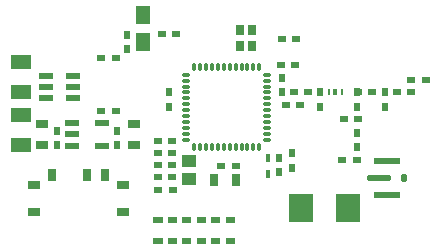
<source format=gbr>
%TF.GenerationSoftware,KiCad,Pcbnew,6.0.4-6f826c9f35~116~ubuntu18.04.1*%
%TF.CreationDate,2022-08-05T10:58:23+02:00*%
%TF.ProjectId,test,74657374-2e6b-4696-9361-645f70636258,rev?*%
%TF.SameCoordinates,Original*%
%TF.FileFunction,Paste,Top*%
%TF.FilePolarity,Positive*%
%FSLAX46Y46*%
G04 Gerber Fmt 4.6, Leading zero omitted, Abs format (unit mm)*
G04 Created by KiCad (PCBNEW 6.0.4-6f826c9f35~116~ubuntu18.04.1) date 2022-08-05 10:58:23*
%MOMM*%
%LPD*%
G01*
G04 APERTURE LIST*
G04 Aperture macros list*
%AMRoundRect*
0 Rectangle with rounded corners*
0 $1 Rounding radius*
0 $2 $3 $4 $5 $6 $7 $8 $9 X,Y pos of 4 corners*
0 Add a 4 corners polygon primitive as box body*
4,1,4,$2,$3,$4,$5,$6,$7,$8,$9,$2,$3,0*
0 Add four circle primitives for the rounded corners*
1,1,$1+$1,$2,$3*
1,1,$1+$1,$4,$5*
1,1,$1+$1,$6,$7*
1,1,$1+$1,$8,$9*
0 Add four rect primitives between the rounded corners*
20,1,$1+$1,$2,$3,$4,$5,0*
20,1,$1+$1,$4,$5,$6,$7,0*
20,1,$1+$1,$6,$7,$8,$9,0*
20,1,$1+$1,$8,$9,$2,$3,0*%
%AMOutline5P*
0 Free polygon, 5 corners , with rotation*
0 The origin of the aperture is its center*
0 number of corners: always 5*
0 $1 to $10 corner X, Y*
0 $11 Rotation angle, in degrees counterclockwise*
0 create outline with 5 corners*
4,1,5,$1,$2,$3,$4,$5,$6,$7,$8,$9,$10,$1,$2,$11*%
%AMOutline6P*
0 Free polygon, 6 corners , with rotation*
0 The origin of the aperture is its center*
0 number of corners: always 6*
0 $1 to $12 corner X, Y*
0 $13 Rotation angle, in degrees counterclockwise*
0 create outline with 6 corners*
4,1,6,$1,$2,$3,$4,$5,$6,$7,$8,$9,$10,$11,$12,$1,$2,$13*%
%AMOutline7P*
0 Free polygon, 7 corners , with rotation*
0 The origin of the aperture is its center*
0 number of corners: always 7*
0 $1 to $14 corner X, Y*
0 $15 Rotation angle, in degrees counterclockwise*
0 create outline with 7 corners*
4,1,7,$1,$2,$3,$4,$5,$6,$7,$8,$9,$10,$11,$12,$13,$14,$1,$2,$15*%
%AMOutline8P*
0 Free polygon, 8 corners , with rotation*
0 The origin of the aperture is its center*
0 number of corners: always 8*
0 $1 to $16 corner X, Y*
0 $17 Rotation angle, in degrees counterclockwise*
0 create outline with 8 corners*
4,1,8,$1,$2,$3,$4,$5,$6,$7,$8,$9,$10,$11,$12,$13,$14,$15,$16,$1,$2,$17*%
G04 Aperture macros list end*
%ADD10C,0.010000*%
%ADD11R,0.635000X0.508000*%
%ADD12Outline8P,-0.300000X0.075000X-0.225000X0.150000X0.225000X0.150000X0.300000X0.075000X0.300000X-0.075000X0.225000X-0.150000X-0.225000X-0.150000X-0.300000X-0.075000X90.000000*%
%ADD13Outline8P,-0.300000X0.075000X-0.225000X0.150000X0.225000X0.150000X0.300000X0.075000X0.300000X-0.075000X0.225000X-0.150000X-0.225000X-0.150000X-0.300000X-0.075000X180.000000*%
%ADD14R,0.800000X1.000000*%
%ADD15R,0.300000X0.650000*%
%ADD16R,2.000000X2.400000*%
%ADD17R,1.270000X0.508000*%
%ADD18R,1.000000X0.800000*%
%ADD19R,1.270000X1.524000*%
%ADD20R,0.508000X0.635000*%
%ADD21R,1.250000X1.000000*%
%ADD22R,0.700000X1.100000*%
%ADD23RoundRect,0.125000X-0.875000X0.125000X-0.875000X-0.125000X0.875000X-0.125000X0.875000X0.125000X0*%
%ADD24RoundRect,0.125000X-0.125000X0.175000X-0.125000X-0.175000X0.125000X-0.175000X0.125000X0.175000X0*%
%ADD25R,2.200000X0.500000*%
%ADD26R,1.700000X1.300000*%
%ADD27R,0.280000X0.550000*%
%ADD28R,0.400000X0.600000*%
%ADD29R,0.750000X0.850000*%
G04 APERTURE END LIST*
%TO.C,OXYMETER1*%
G36*
X130710000Y-104600000D02*
G01*
X130010000Y-104600000D01*
X130010000Y-104200000D01*
X130710000Y-104200000D01*
X130710000Y-104600000D01*
G37*
D10*
X130710000Y-104600000D02*
X130010000Y-104600000D01*
X130010000Y-104200000D01*
X130710000Y-104200000D01*
X130710000Y-104600000D01*
G36*
X135610000Y-104600000D02*
G01*
X134910000Y-104600000D01*
X134910000Y-104200000D01*
X135610000Y-104200000D01*
X135610000Y-104600000D01*
G37*
X135610000Y-104600000D02*
X134910000Y-104600000D01*
X134910000Y-104200000D01*
X135610000Y-104200000D01*
X135610000Y-104600000D01*
G36*
X131938000Y-104600000D02*
G01*
X131238000Y-104600000D01*
X131238000Y-104200000D01*
X131938000Y-104200000D01*
X131938000Y-104600000D01*
G37*
X131938000Y-104600000D02*
X131238000Y-104600000D01*
X131238000Y-104200000D01*
X131938000Y-104200000D01*
X131938000Y-104600000D01*
G36*
X133162000Y-102800000D02*
G01*
X132462000Y-102800000D01*
X132462000Y-102400000D01*
X133162000Y-102400000D01*
X133162000Y-102800000D01*
G37*
X133162000Y-102800000D02*
X132462000Y-102800000D01*
X132462000Y-102400000D01*
X133162000Y-102400000D01*
X133162000Y-102800000D01*
G36*
X129490000Y-102800000D02*
G01*
X128790000Y-102800000D01*
X128790000Y-102400000D01*
X129490000Y-102400000D01*
X129490000Y-102800000D01*
G37*
X129490000Y-102800000D02*
X128790000Y-102800000D01*
X128790000Y-102400000D01*
X129490000Y-102400000D01*
X129490000Y-102800000D01*
G36*
X134390000Y-102800000D02*
G01*
X133690000Y-102800000D01*
X133690000Y-102400000D01*
X134390000Y-102400000D01*
X134390000Y-102800000D01*
G37*
X134390000Y-102800000D02*
X133690000Y-102800000D01*
X133690000Y-102400000D01*
X134390000Y-102400000D01*
X134390000Y-102800000D01*
G36*
X135610000Y-102800000D02*
G01*
X134910000Y-102800000D01*
X134910000Y-102400000D01*
X135610000Y-102400000D01*
X135610000Y-102800000D01*
G37*
X135610000Y-102800000D02*
X134910000Y-102800000D01*
X134910000Y-102400000D01*
X135610000Y-102400000D01*
X135610000Y-102800000D01*
G36*
X134390000Y-104600000D02*
G01*
X133690000Y-104600000D01*
X133690000Y-104200000D01*
X134390000Y-104200000D01*
X134390000Y-104600000D01*
G37*
X134390000Y-104600000D02*
X133690000Y-104600000D01*
X133690000Y-104200000D01*
X134390000Y-104200000D01*
X134390000Y-104600000D01*
G36*
X131938000Y-102800000D02*
G01*
X131238000Y-102800000D01*
X131238000Y-102400000D01*
X131938000Y-102400000D01*
X131938000Y-102800000D01*
G37*
X131938000Y-102800000D02*
X131238000Y-102800000D01*
X131238000Y-102400000D01*
X131938000Y-102400000D01*
X131938000Y-102800000D01*
G36*
X130710000Y-102800000D02*
G01*
X130010000Y-102800000D01*
X130010000Y-102400000D01*
X130710000Y-102400000D01*
X130710000Y-102800000D01*
G37*
X130710000Y-102800000D02*
X130010000Y-102800000D01*
X130010000Y-102400000D01*
X130710000Y-102400000D01*
X130710000Y-102800000D01*
G36*
X133162000Y-104600000D02*
G01*
X132462000Y-104600000D01*
X132462000Y-104200000D01*
X133162000Y-104200000D01*
X133162000Y-104600000D01*
G37*
X133162000Y-104600000D02*
X132462000Y-104600000D01*
X132462000Y-104200000D01*
X133162000Y-104200000D01*
X133162000Y-104600000D01*
G36*
X129490000Y-104600000D02*
G01*
X128790000Y-104600000D01*
X128790000Y-104200000D01*
X129490000Y-104200000D01*
X129490000Y-104600000D01*
G37*
X129490000Y-104600000D02*
X128790000Y-104600000D01*
X128790000Y-104200000D01*
X129490000Y-104200000D01*
X129490000Y-104600000D01*
%TD*%
D11*
%TO.C,C20*%
X129202056Y-97000000D03*
X130400001Y-97000000D03*
%TD*%
D12*
%TO.C,U1*%
X132253686Y-96498398D03*
X132760797Y-96498398D03*
X133260798Y-96498398D03*
X133760797Y-96498398D03*
X134260799Y-96498398D03*
X134760798Y-96498398D03*
X135260797Y-96498398D03*
X135760798Y-96498398D03*
X136260797Y-96498398D03*
X136760799Y-96498398D03*
X137260798Y-96498398D03*
X137760797Y-96498398D03*
D13*
X138398799Y-95851597D03*
X138398799Y-95351598D03*
X138398799Y-94851599D03*
X138398799Y-94351598D03*
X138398799Y-93851599D03*
X138398799Y-93351597D03*
X138398799Y-92851598D03*
X138398799Y-92351599D03*
X138398799Y-91851598D03*
X138398799Y-91351599D03*
X138398799Y-90851597D03*
X138398799Y-90351598D03*
D12*
X137760797Y-89701597D03*
X137260798Y-89701597D03*
X136760799Y-89701597D03*
X136260797Y-89701597D03*
X135760798Y-89701597D03*
X135260797Y-89701597D03*
X134760798Y-89701597D03*
X134260799Y-89701597D03*
X133760797Y-89701597D03*
X133260798Y-89701597D03*
X132760797Y-89701597D03*
X132260798Y-89701597D03*
D13*
X131601198Y-90351598D03*
X131601198Y-90851597D03*
X131601198Y-91351599D03*
X131601198Y-91851598D03*
X131601198Y-92351599D03*
X131601198Y-92851598D03*
X131601198Y-93351597D03*
X131601198Y-93851599D03*
X131601198Y-94351598D03*
X131601198Y-94851599D03*
X131601198Y-95351598D03*
X131601198Y-95851597D03*
%TD*%
D14*
%TO.C,L3*%
X133957398Y-99300000D03*
X135760798Y-99300000D03*
%TD*%
D15*
%TO.C,D4*%
X138500000Y-97425000D03*
X138500000Y-98775000D03*
%TD*%
D11*
%TO.C,C28*%
X146098972Y-94100000D03*
X144901027Y-94100000D03*
%TD*%
%TO.C,R2*%
X130435000Y-100100000D03*
X129165000Y-100100000D03*
%TD*%
D16*
%TO.C,BUZZER1*%
X145300000Y-101650000D03*
X141300000Y-101650000D03*
%TD*%
D17*
%TO.C,U2*%
X121969200Y-92362850D03*
X121969200Y-91412849D03*
X121969200Y-90462851D03*
X119669200Y-90462851D03*
X119669200Y-91412849D03*
X119669200Y-92362850D03*
%TD*%
D18*
%TO.C,C26*%
X127200000Y-96301700D03*
X127200000Y-94498300D03*
%TD*%
D11*
%TO.C,C18*%
X130400000Y-99000000D03*
X129202055Y-99000000D03*
%TD*%
%TO.C,C19*%
X140001028Y-92900000D03*
X141198973Y-92900000D03*
%TD*%
%TO.C,C7*%
X151848972Y-90798975D03*
X150651027Y-90798975D03*
%TD*%
D19*
%TO.C,L2*%
X127960797Y-85257000D03*
X127960797Y-87543000D03*
%TD*%
D20*
%TO.C,C8*%
X146000000Y-91850000D03*
X146000000Y-93047945D03*
%TD*%
D21*
%TO.C,X2*%
X131800000Y-97650000D03*
X131800000Y-99150000D03*
%TD*%
D17*
%TO.C,U3*%
X121930000Y-94447500D03*
X121930000Y-95387300D03*
X121930000Y-96352500D03*
X124470000Y-96352500D03*
X124470000Y-94447500D03*
%TD*%
D20*
%TO.C,C6*%
X148400000Y-91850000D03*
X148400000Y-93047945D03*
%TD*%
D11*
%TO.C,C4*%
X146151028Y-91850000D03*
X147348973Y-91850000D03*
%TD*%
%TO.C,L6*%
X140701030Y-91850000D03*
X141898975Y-91850000D03*
%TD*%
D18*
%TO.C,C23*%
X119400000Y-94498300D03*
X119400000Y-96301700D03*
%TD*%
D11*
%TO.C,C16*%
X125598972Y-88900000D03*
X124401027Y-88900000D03*
%TD*%
D20*
%TO.C,R1*%
X140550000Y-98235000D03*
X140550000Y-96965000D03*
%TD*%
D11*
%TO.C,C22*%
X135760798Y-98100000D03*
X134562853Y-98100000D03*
%TD*%
%TO.C,C29*%
X146000000Y-97600000D03*
X144802055Y-97600000D03*
%TD*%
D20*
%TO.C,C30*%
X139650000Y-90652055D03*
X139650000Y-91850000D03*
%TD*%
D11*
%TO.C,L1*%
X149401030Y-91850000D03*
X150598975Y-91850000D03*
%TD*%
D18*
%TO.C,SW2*%
X118700000Y-99702600D03*
X118700000Y-102002601D03*
X126200000Y-102002601D03*
X126200000Y-99702600D03*
D22*
X120200000Y-98802600D03*
X123200001Y-98802600D03*
X124700001Y-98802600D03*
%TD*%
D20*
%TO.C,C25*%
X125700000Y-95101028D03*
X125700000Y-96298973D03*
%TD*%
%TO.C,L4*%
X146000000Y-95251030D03*
X146000000Y-96448975D03*
%TD*%
%TO.C,C9*%
X126600000Y-88198972D03*
X126600000Y-87001027D03*
%TD*%
D23*
%TO.C,CN5*%
X147914200Y-99100000D03*
D24*
X150022400Y-99100000D03*
D25*
X148600000Y-100575001D03*
X148600000Y-97624999D03*
%TD*%
D11*
%TO.C,C15*%
X130400000Y-96000000D03*
X129202055Y-96000000D03*
%TD*%
D20*
%TO.C,C3*%
X142900000Y-93047945D03*
X142900000Y-91850000D03*
%TD*%
D11*
%TO.C,C10*%
X129501028Y-86900000D03*
X130698973Y-86900000D03*
%TD*%
%TO.C,C27*%
X125598972Y-93400000D03*
X124401027Y-93400000D03*
%TD*%
D20*
%TO.C,C12*%
X139400000Y-97401028D03*
X139400000Y-98598973D03*
%TD*%
%TO.C,C21*%
X130100000Y-93049543D03*
X130100000Y-91851598D03*
%TD*%
D26*
%TO.C,USB1*%
X117550000Y-96300000D03*
X117550000Y-93800000D03*
X117550000Y-91800000D03*
X117550000Y-89300000D03*
%TD*%
D11*
%TO.C,C17*%
X130400000Y-98000000D03*
X129202055Y-98000000D03*
%TD*%
D27*
%TO.C,FLT1*%
X143640001Y-91850000D03*
D28*
X144200000Y-91849998D03*
D27*
X144759999Y-91850000D03*
%TD*%
D20*
%TO.C,C24*%
X120600000Y-95101028D03*
X120600000Y-96298973D03*
%TD*%
D11*
%TO.C,C1*%
X140798972Y-89500000D03*
X139601027Y-89500000D03*
%TD*%
%TO.C,C2*%
X139651028Y-87350000D03*
X140848973Y-87350000D03*
%TD*%
D29*
%TO.C,X1*%
X136129801Y-86583400D03*
X136129801Y-87933400D03*
X137179801Y-87933400D03*
X137179801Y-86583400D03*
%TD*%
M02*

</source>
